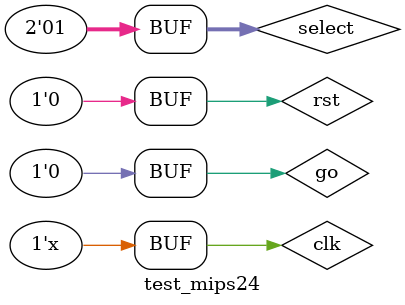
<source format=v>
`timescale 1ns / 1ps


module test_mips24;
    reg clk, go, rst;
    reg [1:0] select;
    wire [31:0] LedData;

    MipsCPU_Top MIPS_CPU(
        .clk(clk),
        .rst(rst),
        .go(go),
        .select(select),
        .LedData_out(LedData)
    );

    initial begin
        select = 2'b01;
        clk = 0;
        go = 0;
        rst = 0;
    end

    always begin
        #10 clk = ~clk;
    end

endmodule

</source>
